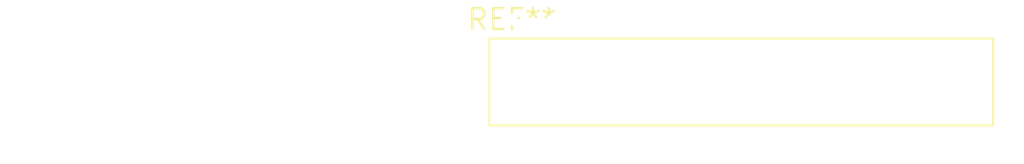
<source format=kicad_pcb>
(kicad_pcb (version 20240108) (generator pcbnew)
  (layers (0 "F.Cu" signal) (31 "B.Cu" signal) (34 "B.Paste" user) (35 "F.Paste" user) (36 "B.SilkS" user "B.Silkscreen") (37 "F.SilkS" user "F.Silkscreen") (38 "B.Mask" user) (39 "F.Mask" user) (44 "Edge.Cuts" user))
  (net 0 "")
  (footprint "Samtec_HLE-112-02-xx-DV-PE-LC_2x12_P2.54mm_Horizontal" (layer "F.Cu") (at 0 0)
    (property "Reference" "REF**")
    (property "Value" "Samtec_HLE-112-02-xx-DV-PE-LC_2x12_P2.54mm_Horizontal")
    (fp_line (start -1.38 1.16) (end 29.32 1.16) (layer "F.SilkS") (stroke (width 0.12)))
    (fp_line (start -1.38 6.46) (end -1.38 1.16) (layer "F.SilkS") (stroke (width 0.12)))
    (fp_line (start 29.32 1.16) (end 29.32 6.46) (layer "F.SilkS") (stroke (width 0.12)))
    (fp_line (start 29.32 6.46) (end -1.38 6.46) (layer "F.SilkS") (stroke (width 0.12)))
    (pad "" np_thru_hole circle (at 0 2.54) (size 1.4 1.4) (drill 1.4) (layers *.Cu *.Mask))
    (pad "" np_thru_hole circle (at 0 5.08) (size 1.4 1.4) (drill 1.4) (layers *.Cu *.Mask))
    (pad "" np_thru_hole circle (at 1.27 3.81) (size 1.19 1.19) (drill 1.19) (layers *.Cu *.Mask))
    (pad "" np_thru_hole circle (at 2.54 2.54) (size 1.4 1.4) (drill 1.4) (layers *.Cu *.Mask))
    (pad "" np_thru_hole circle (at 2.54 5.08) (size 1.4 1.4) (drill 1.4) (layers *.Cu *.Mask))
    (pad "" np_thru_hole circle (at 5.08 2.54) (size 1.4 1.4) (drill 1.4) (layers *.Cu *.Mask))
    (pad "" np_thru_hole circle (at 5.08 5.08) (size 1.4 1.4) (drill 1.4) (layers *.Cu *.Mask))
    (pad "" np_thru_hole circle (at 7.62 2.54) (size 1.4 1.4) (drill 1.4) (layers *.Cu *.Mask))
    (pad "" np_thru_hole circle (at 7.62 5.08) (size 1.4 1.4) (drill 1.4) (layers *.Cu *.Mask))
    (pad "" np_thru_hole circle (at 10.16 2.54) (size 1.4 1.4) (drill 1.4) (layers *.Cu *.Mask))
    (pad "" np_thru_hole circle (at 10.16 5.08) (size 1.4 1.4) (drill 1.4) (layers *.Cu *.Mask))
    (pad "" np_thru_hole circle (at 12.7 2.54) (size 1.4 1.4) (drill 1.4) (layers *.Cu *.Mask))
    (pad "" np_thru_hole circle (at 12.7 5.08) (size 1.4 1.4) (drill 1.4) (layers *.Cu *.Mask))
    (pad "" np_thru_hole circle (at 15.24 2.54) (size 1.4 1.4) (drill 1.4) (layers *.Cu *.Mask))
    (pad "" np_thru_hole circle (at 15.24 5.08) (size 1.4 1.4) (drill 1.4) (layers *.Cu *.Mask))
    (pad "" np_thru_hole circle (at 17.78 2.54) (size 1.4 1.4) (drill 1.4) (layers *.Cu *.Mask))
    (pad "" np_thru_hole circle (at 17.78 5.08) (size 1.4 1.4) (drill 1.4) (layers *.Cu *.Mask))
    (pad "" np_thru_hole circle (at 20.32 2.54) (size 1.4 1.4) (drill 1.4) (layers *.Cu *.Mask))
    (pad "" np_thru_hole circle (at 20.32 5.08) (size 1.4 1.4) (drill 1.4) (layers *.Cu *.Mask))
    (pad "" np_thru_hole circle (at 22.86 2.54) (size 1.4 1.4) (drill 1.4) (layers *.Cu *.Mask))
    (pad "" np_thru_hole circle (at 22.86 5.08) (size 1.4 1.4) (drill 1.4) (layers *.Cu *.Mask))
    (pad "" np_thru_hole circle (at 25.4 2.54) (size 1.4 1.4) (drill 1.4) (layers *.Cu *.Mask))
    (pad "" np_thru_hole circle (at 25.4 5.08) (size 1.4 1.4) (drill 1.4) (layers *.Cu *.Mask))
    (pad "" np_thru_hole circle (at 26.67 3.81) (size 1.19 1.19) (drill 1.19) (layers *.Cu *.Mask))
    (pad "" np_thru_hole circle (at 27.94 2.54) (size 1.4 1.4) (drill 1.4) (layers *.Cu *.Mask))
    (pad "" np_thru_hole circle (at 27.94 5.08) (size 1.4 1.4) (drill 1.4) (layers *.Cu *.Mask))
    (pad "1" thru_hole roundrect (at 0 0) (size 1.31 1.31) (drill 0.71) (layers *.Cu *.Mask) (remove_unused_layers) (roundrect_rratio 0.19084))
    (pad "2" thru_hole circle (at 0 7.62) (size 1.31 1.31) (drill 0.71) (layers *.Cu *.Mask) (remove_unused_layers))
    (pad "3" thru_hole circle (at 2.54 0) (size 1.31 1.31) (drill 0.71) (layers *.Cu *.Mask) (remove_unused_layers))
    (pad "4" thru_hole circle (at 2.54 7.62) (size 1.31 1.31) (drill 0.71) (layers *.Cu *.Mask) (remove_unused_layers))
    (pad "5" thru_hole circle (at 5.08 0) (size 1.31 1.31) (drill 0.71) (layers *.Cu *.Mask) (remove_unused_layers))
    (pad "6" thru_hole circle (at 5.08 7.62) (size 1.31 1.31) (drill 0.71) (layers *.Cu *.Mask) (remove_unused_layers))
    (pad "7" thru_hole circle (at 7.62 0) (size 1.31 1.31) (drill 0.71) (layers *.Cu *.Mask) (remove_unused_layers))
    (pad "8" thru_hole circle (at 7.62 7.62) (size 1.31 1.31) (drill 0.71) (layers *.Cu *.Mask) (remove_unused_layers))
    (pad "9" thru_hole circle (at 10.16 0) (size 1.31 1.31) (drill 0.71) (layers *.Cu *.Mask) (remove_unused_layers))
    (pad "10" thru_hole circle (at 10.16 7.62) (size 1.31 1.31) (drill 0.71) (layers *.Cu *.Mask) (remove_unused_layers))
    (pad "11" thru_hole circle (at 12.7 0) (size 1.31 1.31) (drill 0.71) (layers *.Cu *.Mask) (remove_unused_layers))
    (pad "12" thru_hole circle (at 12.7 7.62) (size 1.31 1.31) (drill 0.71) (layers *.Cu *.Mask) (remove_unused_layers))
    (pad "13" thru_hole circle (at 15.24 0) (size 1.31 1.31) (drill 0.71) (layers *.Cu *.Mask) (remove_unused_layers))
    (pad "14" thru_hole circle (at 15.24 7.62) (size 1.31 1.31) (drill 0.71) (layers *.Cu *.Mask) (remove_unused_layers))
    (pad "15" thru_hole circle (at 17.78 0) (size 1.31 1.31) (drill 0.71) (layers *.Cu *.Mask) (remove_unused_layers))
    (pad "16" thru_hole circle (at 17.78 7.62) (size 1.31 1.31) (drill 0.71) (layers *.Cu *.Mask) (remove_unused_layers))
    (pad "17" thru_hole circle (at 20.32 0) (size 1.31 1.31) (drill 0.71) (layers *.Cu *.Mask) (remove_unused_layers))
    (pad "18" thru_hole circle (at 20.32 7.62) (size 1.31 1.31) (drill 0.71) (layers *.Cu *.Mask) (remove_unused_layers))
    (pad "19" thru_hole circle (at 22.86 0) (size 1.31 1.31) (drill 0.71) (layers *.Cu *.Mask) (remove_unused_layers))
    (pad "20" thru_hole circle (at 22.86 7.62) (size 1.31 1.31) (drill 0.71) (layers *.Cu *.Mask) (remove_unused_layers))
    (pad "21" thru_hole circle (at 25.4 0) (size 1.31 1.31) (drill 0.71) (layers *.Cu *.Mask) (remove_unused_layers))
    (pad "22" thru_hole circle (at 25.4 7.62) (size 1.31 1.31) (drill 0.71) (layers *.Cu *.Mask) (remove_unused_layers))
    (pad "23" thru_hole circle (at 27.94 0) (size 1.31 1.31) (drill 0.71) (layers *.Cu *.Mask) (remove_unused_layers))
    (pad "24" thru_hole circle (at 27.94 7.62) (size 1.31 1.31) (drill 0.71) (layers *.Cu *.Mask) (remove_unused_layers))
  )
)
</source>
